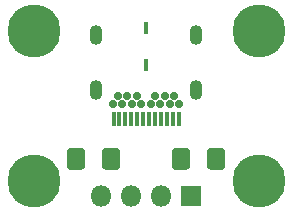
<source format=gts>
%TF.GenerationSoftware,KiCad,Pcbnew,5.1.6*%
%TF.CreationDate,2020-09-10T19:59:46+02:00*%
%TF.ProjectId,usbc-breakout,75736263-2d62-4726-9561-6b6f75742e6b,rev?*%
%TF.SameCoordinates,Original*%
%TF.FileFunction,Soldermask,Top*%
%TF.FilePolarity,Negative*%
%FSLAX46Y46*%
G04 Gerber Fmt 4.6, Leading zero omitted, Abs format (unit mm)*
G04 Created by KiCad (PCBNEW 5.1.6) date 2020-09-10 19:59:46*
%MOMM*%
%LPD*%
G01*
G04 APERTURE LIST*
%ADD10R,0.400000X1.300000*%
%ADD11O,1.100000X1.700000*%
%ADD12R,0.300000X1.100000*%
%ADD13C,0.700000*%
%ADD14C,0.800000*%
%ADD15C,4.500000*%
%ADD16O,1.800000X1.800000*%
%ADD17R,1.800000X1.800000*%
G04 APERTURE END LIST*
D10*
%TO.C,J2*%
X60750000Y-74080000D03*
X61250000Y-74080000D03*
X61750000Y-74080000D03*
X62250000Y-74080000D03*
X62750000Y-74080000D03*
X63250000Y-74080000D03*
X63750000Y-74080000D03*
X64250000Y-74080000D03*
X64750000Y-74080000D03*
X65250000Y-74080000D03*
X65750000Y-74080000D03*
X66250000Y-74080000D03*
D11*
X59230000Y-66950000D03*
X67770000Y-66950000D03*
X67770000Y-71680000D03*
X59230000Y-71680000D03*
D12*
X63500000Y-66400000D03*
X63500000Y-69500000D03*
D13*
X63100000Y-72830000D03*
X63900000Y-72830000D03*
X62300000Y-72830000D03*
X64700000Y-72830000D03*
X61500000Y-72830000D03*
X65500000Y-72830000D03*
X60700000Y-72830000D03*
X65100000Y-72120000D03*
X61900000Y-72120000D03*
X64300000Y-72120000D03*
X62700000Y-72120000D03*
X66300000Y-72830000D03*
X61100000Y-72120000D03*
X65900000Y-72120000D03*
%TD*%
D14*
%TO.C,REF\u002A\u002A*%
X74191726Y-78208274D03*
X73025000Y-77725000D03*
X71858274Y-78208274D03*
X71375000Y-79375000D03*
X71858274Y-80541726D03*
X73025000Y-81025000D03*
X74191726Y-80541726D03*
X74675000Y-79375000D03*
D15*
X73025000Y-79375000D03*
%TD*%
D14*
%TO.C,REF\u002A\u002A*%
X55141726Y-78208274D03*
X53975000Y-77725000D03*
X52808274Y-78208274D03*
X52325000Y-79375000D03*
X52808274Y-80541726D03*
X53975000Y-81025000D03*
X55141726Y-80541726D03*
X55625000Y-79375000D03*
D15*
X53975000Y-79375000D03*
%TD*%
D14*
%TO.C,REF\u002A\u002A*%
X74191726Y-65508274D03*
X73025000Y-65025000D03*
X71858274Y-65508274D03*
X71375000Y-66675000D03*
X71858274Y-67841726D03*
X73025000Y-68325000D03*
X74191726Y-67841726D03*
X74675000Y-66675000D03*
D15*
X73025000Y-66675000D03*
%TD*%
%TO.C,REF\u002A\u002A*%
X53975000Y-66675000D03*
D14*
X55625000Y-66675000D03*
X55141726Y-67841726D03*
X53975000Y-68325000D03*
X52808274Y-67841726D03*
X52325000Y-66675000D03*
X52808274Y-65508274D03*
X53975000Y-65025000D03*
X55141726Y-65508274D03*
%TD*%
%TO.C,R1*%
G36*
G01*
X65695000Y-78127456D02*
X65695000Y-76812544D01*
G75*
G02*
X65962544Y-76545000I267544J0D01*
G01*
X66952456Y-76545000D01*
G75*
G02*
X67220000Y-76812544I0J-267544D01*
G01*
X67220000Y-78127456D01*
G75*
G02*
X66952456Y-78395000I-267544J0D01*
G01*
X65962544Y-78395000D01*
G75*
G02*
X65695000Y-78127456I0J267544D01*
G01*
G37*
G36*
G01*
X68670000Y-78127456D02*
X68670000Y-76812544D01*
G75*
G02*
X68937544Y-76545000I267544J0D01*
G01*
X69927456Y-76545000D01*
G75*
G02*
X70195000Y-76812544I0J-267544D01*
G01*
X70195000Y-78127456D01*
G75*
G02*
X69927456Y-78395000I-267544J0D01*
G01*
X68937544Y-78395000D01*
G75*
G02*
X68670000Y-78127456I0J267544D01*
G01*
G37*
%TD*%
D16*
%TO.C,J1*%
X59690000Y-80645000D03*
X62230000Y-80645000D03*
X64770000Y-80645000D03*
D17*
X67310000Y-80645000D03*
%TD*%
%TO.C,F1*%
G36*
G01*
X56805000Y-78127456D02*
X56805000Y-76812544D01*
G75*
G02*
X57072544Y-76545000I267544J0D01*
G01*
X58062456Y-76545000D01*
G75*
G02*
X58330000Y-76812544I0J-267544D01*
G01*
X58330000Y-78127456D01*
G75*
G02*
X58062456Y-78395000I-267544J0D01*
G01*
X57072544Y-78395000D01*
G75*
G02*
X56805000Y-78127456I0J267544D01*
G01*
G37*
G36*
G01*
X59780000Y-78127456D02*
X59780000Y-76812544D01*
G75*
G02*
X60047544Y-76545000I267544J0D01*
G01*
X61037456Y-76545000D01*
G75*
G02*
X61305000Y-76812544I0J-267544D01*
G01*
X61305000Y-78127456D01*
G75*
G02*
X61037456Y-78395000I-267544J0D01*
G01*
X60047544Y-78395000D01*
G75*
G02*
X59780000Y-78127456I0J267544D01*
G01*
G37*
%TD*%
M02*

</source>
